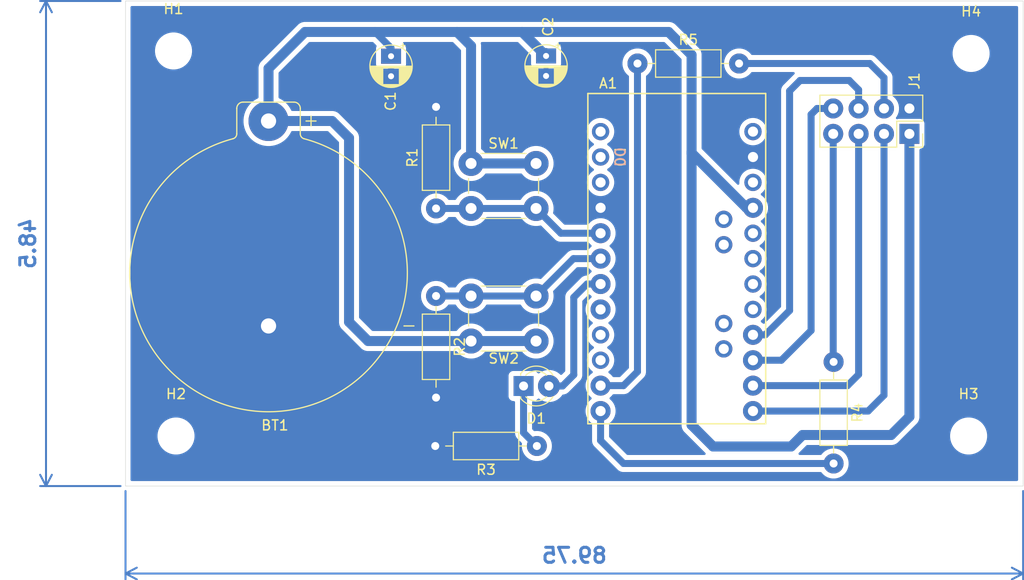
<source format=kicad_pcb>
(kicad_pcb (version 20241229) (generator "pcbnew") (generator_version "9.0")
  (title_block (title "Key fob - Smart key system") (date "2025-05-05") (rev "0.0.1") (company "HCMUT"))
  (layers (0 "F.Cu" signal) (2 "B.Cu" signal) (13 "F.Paste" user) (15 "B.Paste" user) (5 "F.SilkS" user "F.Silkscreen") (7 "B.SilkS" user "B.Silkscreen") (1 "F.Mask" user) (3 "B.Mask" user) (25 "Edge.Cuts" user))
  (net 0 "")
  (net 2 "GND")
  (net 8 "Net-(D1-A)")
  (net 9 "CSN")
  (net 13 "LOCATE")
  (net 14 "LOCK")
  (net 15 "IRQ")
  (net 18 "VCC")
  (net 23 "MOSI")
  (net 25 "SCK")
  (net 26 "CE")
  (net 27 "MISO")
  (net 28 "Net-(D1-K)")
  (net 29 "Net-(J1-Pin_7)")
  (net 30 "Net-(J1-Pin_4)")
  (footprint "MountingHole:MountingHole_3.2mm_M3" (layer "F.Cu") (at 197.25 121.25)
    (property "Reference" "H3" (at 0 -4.2 0) (layer "F.SilkS"))
    (property "Value" "MountingHole")
    (pad "" np_thru_hole circle (at 0 0) (size 3.2 3.2) (drill 3.2) (layers "*.Cu" "*.Mask"))
  )
  (footprint "LED_THT:LED_D3.0mm" (layer "F.Cu") (at 152.75 116.25)
    (property "Reference" "D1" (at 1.27 3.25 0) (layer "F.SilkS"))
    (property "Value" "LED")
    (fp_line (start -0.29 -1.236) (end -0.29 -1.08) (stroke (width 0.12)) (layer "F.SilkS"))
    (fp_line (start -0.29 1.08) (end -0.29 1.236) (stroke (width 0.12)) (layer "F.SilkS"))
    (fp_arc (start -0.29 -1.235516) (mid 1.365624 -1.987701) (end 2.941397 -1.080061) (stroke (width 0.12)) (layer "F.SilkS"))
    (fp_arc (start 0.229039 -1.08) (mid 1.269964 -1.5) (end 2.31091 -1.080049) (stroke (width 0.12)) (layer "F.SilkS"))
    (fp_arc (start 2.31091 1.080049) (mid 1.269964 1.5) (end 0.229039 1.08) (stroke (width 0.12)) (layer "F.SilkS"))
    (fp_arc (start 2.941397 1.080061) (mid 1.365624 1.987701) (end -0.29 1.235516) (stroke (width 0.12)) (layer "F.SilkS"))
    (pad "1" thru_hole rect (at 0 0) (size 2 2) (drill 0.9) (layers "*.Cu" "*.Mask") (net 28 "Net-(D1-K)"))
    (pad "2" thru_hole circle (at 2.54 0) (size 2.2 2.2) (drill 0.9) (layers "*.Cu" "*.Mask") (net 8 "Net-(D1-A)"))
  )
  (footprint "Connector_PinSocket_2.54mm:PinSocket_2x04_P2.54mm_Vertical" (layer "F.Cu") (at 191.33 91.04 -90)
    (property "Reference" "J1" (at -5.29 -0.5 90) (layer "F.SilkS"))
    (property "Value" "Conn_02x04_Odd_Even")
    (fp_line (start -3.87 8.95) (end 1.33 8.95) (stroke (width 0.12)) (layer "F.SilkS"))
    (fp_line (start -1.27 1.27) (end 1.33 1.27) (stroke (width 0.12)) (layer "F.SilkS"))
    (fp_line (start 1.33 1.27) (end 1.33 8.95) (stroke (width 0.12)) (layer "F.SilkS"))
    (fp_line (start -3.87 -1.33) (end -3.87 8.95) (stroke (width 0.12)) (layer "F.SilkS"))
    (fp_line (start -3.87 -1.33) (end -1.27 -1.33) (stroke (width 0.12)) (layer "F.SilkS"))
    (fp_line (start -1.27 -1.33) (end -1.27 1.27) (stroke (width 0.12)) (layer "F.SilkS"))
    (fp_line (start 0 -1.33) (end 1.33 -1.33) (stroke (width 0.12)) (layer "F.SilkS"))
    (fp_line (start 1.33 -1.33) (end 1.33 0) (stroke (width 0.12)) (layer "F.SilkS"))
    (pad "1" thru_hole rect (at 0 0 270) (size 2 2) (drill 1) (layers "*.Cu" "*.Mask") (net 18 "VCC"))
    (pad "2" thru_hole circle (at -2.54 0 270) (size 2 2) (drill 1) (layers "*.Cu" "*.Mask") (net 2 "GND"))
    (pad "3" thru_hole circle (at 0 2.54 270) (size 2 2) (drill 1) (layers "*.Cu" "*.Mask") (net 9 "CSN"))
    (pad "4" thru_hole circle (at -2.54 2.54 270) (size 2 2) (drill 1) (layers "*.Cu" "*.Mask") (net 30 "Net-(J1-Pin_4)"))
    (pad "5" thru_hole circle (at 0 5.08 270) (size 2 2) (drill 1) (layers "*.Cu" "*.Mask") (net 23 "MOSI"))
    (pad "6" thru_hole circle (at -2.54 5.08 270) (size 2 2) (drill 1) (layers "*.Cu" "*.Mask") (net 25 "SCK"))
    (pad "7" thru_hole circle (at 0 7.62 270) (size 2 2) (drill 1) (layers "*.Cu" "*.Mask") (net 29 "Net-(J1-Pin_7)"))
    (pad "8" thru_hole circle (at -2.54 7.62 270) (size 2 2) (drill 1) (layers "*.Cu" "*.Mask") (net 27 "MISO"))
  )
  (footprint "Resistor_THT:R_Axial_DIN0207_L6.3mm_D2.5mm_P10.16mm_Horizontal" (layer "F.Cu") (at 164.14 84.005)
    (property "Reference" "R5" (at 5.08 -2.37 0) (layer "F.SilkS"))
    (property "Value" "0")
    (fp_line (start 1.04 0) (end 1.81 0) (stroke (width 0.12)) (layer "F.SilkS"))
    (fp_line (start 1.81 -1.37) (end 1.81 1.37) (stroke (width 0.12)) (layer "F.SilkS"))
    (fp_line (start 1.81 1.37) (end 8.35 1.37) (stroke (width 0.12)) (layer "F.SilkS"))
    (fp_line (start 8.35 -1.37) (end 1.81 -1.37) (stroke (width 0.12)) (layer "F.SilkS"))
    (fp_line (start 8.35 1.37) (end 8.35 -1.37) (stroke (width 0.12)) (layer "F.SilkS"))
    (fp_line (start 9.12 0) (end 8.35 0) (stroke (width 0.12)) (layer "F.SilkS"))
    (pad "1" thru_hole circle (at 0 0) (size 2 2) (drill 0.8) (layers "*.Cu" "*.Mask") (net 26 "CE"))
    (pad "2" thru_hole oval (at 10.16 0) (size 2 2) (drill 0.8) (layers "*.Cu" "*.Mask") (net 30 "Net-(J1-Pin_4)"))
  )
  (footprint "Resistor_THT:R_Axial_DIN0207_L6.3mm_D2.5mm_P10.16mm_Horizontal" (layer "F.Cu") (at 154.08 122.25 180)
    (property "Reference" "R3" (at 5.08 -2.37 180) (layer "F.SilkS"))
    (property "Value" "1k")
    (fp_line (start 9.12 0) (end 8.35 0) (stroke (width 0.12)) (layer "F.SilkS"))
    (fp_line (start 8.35 1.37) (end 8.35 -1.37) (stroke (width 0.12)) (layer "F.SilkS"))
    (fp_line (start 8.35 -1.37) (end 1.81 -1.37) (stroke (width 0.12)) (layer "F.SilkS"))
    (fp_line (start 1.81 1.37) (end 8.35 1.37) (stroke (width 0.12)) (layer "F.SilkS"))
    (fp_line (start 1.81 -1.37) (end 1.81 1.37) (stroke (width 0.12)) (layer "F.SilkS"))
    (fp_line (start 1.04 0) (end 1.81 0) (stroke (width 0.12)) (layer "F.SilkS"))
    (pad "1" thru_hole circle (at 0 0 180) (size 2 2) (drill 0.8) (layers "*.Cu" "*.Mask") (net 28 "Net-(D1-K)"))
    (pad "2" thru_hole oval (at 10.16 0 180) (size 2 2) (drill 0.8) (layers "*.Cu" "*.Mask") (net 2 "GND"))
  )
  (footprint "MountingHole:MountingHole_3.2mm_M3" (layer "F.Cu") (at 118 121.25)
    (property "Reference" "H2" (at 0 -4.2 0) (layer "F.SilkS"))
    (property "Value" "MountingHole")
    (pad "" np_thru_hole circle (at 0 0) (size 3.2 3.2) (drill 3.2) (layers "*.Cu" "*.Mask"))
  )
  (footprint "Resistor_THT:R_Axial_DIN0207_L6.3mm_D2.5mm_P10.16mm_Horizontal" (layer "F.Cu") (at 144 98.5 90)
    (property "Reference" "R1" (at 5.08 -2.37 90) (layer "F.SilkS"))
    (property "Value" "10k")
    (fp_line (start 8.35 -1.37) (end 1.81 -1.37) (stroke (width 0.12)) (layer "F.SilkS"))
    (fp_line (start 1.81 -1.37) (end 1.81 1.37) (stroke (width 0.12)) (layer "F.SilkS"))
    (fp_line (start 9.12 0) (end 8.35 0) (stroke (width 0.12)) (layer "F.SilkS"))
    (fp_line (start 1.04 0) (end 1.81 0) (stroke (width 0.12)) (layer "F.SilkS"))
    (fp_line (start 8.35 1.37) (end 8.35 -1.37) (stroke (width 0.12)) (layer "F.SilkS"))
    (fp_line (start 1.81 1.37) (end 8.35 1.37) (stroke (width 0.12)) (layer "F.SilkS"))
    (pad "1" thru_hole circle (at 0 0 90) (size 2 2) (drill 0.8) (layers "*.Cu" "*.Mask") (net 13 "LOCATE"))
    (pad "2" thru_hole oval (at 10.16 0 90) (size 2 2) (drill 0.8) (layers "*.Cu" "*.Mask") (net 2 "GND"))
  )
  (footprint "MountingHole:MountingHole_3.2mm_M3" (layer "F.Cu") (at 117.75 82.75)
    (property "Reference" "H1" (at 0 -4.2 0) (layer "F.SilkS"))
    (property "Value" "MountingHole")
    (pad "" np_thru_hole circle (at 0 0) (size 3.2 3.2) (drill 3.2) (layers "*.Cu" "*.Mask"))
  )
  (footprint "Resistor_THT:R_Axial_DIN0207_L6.3mm_D2.5mm_P10.16mm_Horizontal" (layer "F.Cu") (at 183.75 113.84 -90)
    (property "Reference" "R4" (at 5.08 -2.37 90) (layer "F.SilkS"))
    (property "Value" "0")
    (fp_line (start 1.81 1.37) (end 8.35 1.37) (stroke (width 0.12)) (layer "F.SilkS"))
    (fp_line (start 8.35 1.37) (end 8.35 -1.37) (stroke (width 0.12)) (layer "F.SilkS"))
    (fp_line (start 1.04 0) (end 1.81 0) (stroke (width 0.12)) (layer "F.SilkS"))
    (fp_line (start 9.12 0) (end 8.35 0) (stroke (width 0.12)) (layer "F.SilkS"))
    (fp_line (start 1.81 -1.37) (end 1.81 1.37) (stroke (width 0.12)) (layer "F.SilkS"))
    (fp_line (start 8.35 -1.37) (end 1.81 -1.37) (stroke (width 0.12)) (layer "F.SilkS"))
    (pad "1" thru_hole circle (at 0 0 270) (size 2 2) (drill 0.8) (layers "*.Cu" "*.Mask") (net 29 "Net-(J1-Pin_7)"))
    (pad "2" thru_hole oval (at 10.16 0 270) (size 2 2) (drill 0.8) (layers "*.Cu" "*.Mask") (net 15 "IRQ"))
  )
  (footprint "Capacitor_THT:CP_Radial_D4.0mm_P2.00mm" (layer "F.Cu") (at 155 83.25 -90)
    (property "Reference" "C2" (at -2.9274 -0.2 90) (layer "F.SilkS"))
    (property "Value" "0.1u")
    (fp_line (start 1.2 0.84) (end 1.2 2.071) (stroke (width 0.12)) (layer "F.SilkS"))
    (fp_line (start 1.24 0.84) (end 1.24 2.066) (stroke (width 0.12)) (layer "F.SilkS"))
    (fp_line (start 1.28 0.84) (end 1.28 2.061) (stroke (width 0.12)) (layer "F.SilkS"))
    (fp_line (start 1.32 0.84) (end 1.32 2.056) (stroke (width 0.12)) (layer "F.SilkS"))
    (fp_line (start 1.36 0.84) (end 1.36 2.049) (stroke (width 0.12)) (layer "F.SilkS"))
    (fp_line (start 1.4 0.84) (end 1.4 2.042) (stroke (width 0.12)) (layer "F.SilkS"))
    (fp_line (start 1.44 0.84) (end 1.44 2.034) (stroke (width 0.12)) (layer "F.SilkS"))
    (fp_line (start 1.48 0.84) (end 1.48 2.025) (stroke (width 0.12)) (layer "F.SilkS"))
    (fp_line (start 1.52 0.84) (end 1.52 2.015) (stroke (width 0.12)) (layer "F.SilkS"))
    (fp_line (start 1.56 0.84) (end 1.56 2.005) (stroke (width 0.12)) (layer "F.SilkS"))
    (fp_line (start 1.6 0.84) (end 1.6 1.993) (stroke (width 0.12)) (layer "F.SilkS"))
    (fp_line (start 1.64 0.84) (end 1.64 1.981) (stroke (width 0.12)) (layer "F.SilkS"))
    (fp_line (start 1.68 0.84) (end 1.68 1.968) (stroke (width 0.12)) (layer "F.SilkS"))
    (fp_line (start 1.72 0.84) (end 1.72 1.954) (stroke (width 0.12)) (layer "F.SilkS"))
    (fp_line (start 1.76 0.84) (end 1.76 1.939) (stroke (width 0.12)) (layer "F.SilkS"))
    (fp_line (start 1.8 0.84) (end 1.8 1.923) (stroke (width 0.12)) (layer "F.SilkS"))
    (fp_line (start 1.84 0.84) (end 1.84 1.906) (stroke (width 0.12)) (layer "F.SilkS"))
    (fp_line (start 1.88 0.84) (end 1.88 1.889) (stroke (width 0.12)) (layer "F.SilkS"))
    (fp_line (start 1.92 0.84) (end 1.92 1.87) (stroke (width 0.12)) (layer "F.SilkS"))
    (fp_line (start 1.96 0.84) (end 1.96 1.85) (stroke (width 0.12)) (layer "F.SilkS"))
    (fp_line (start 2 0.84) (end 2 1.829) (stroke (width 0.12)) (layer "F.SilkS"))
    (fp_line (start 2.04 0.84) (end 2.04 1.807) (stroke (width 0.12)) (layer "F.SilkS"))
    (fp_line (start 2.08 0.84) (end 2.08 1.784) (stroke (width 0.12)) (layer "F.SilkS"))
    (fp_line (start 2.12 0.84) (end 2.12 1.76) (stroke (width 0.12)) (layer "F.SilkS"))
    (fp_line (start 2.16 0.84) (end 2.16 1.734) (stroke (width 0.12)) (layer "F.SilkS"))
    (fp_line (start 2.2 0.84) (end 2.2 1.708) (stroke (width 0.12)) (layer "F.SilkS"))
    (fp_line (start 2.24 0.84) (end 2.24 1.68) (stroke (width 0.12)) (layer "F.SilkS"))
    (fp_line (start 2.28 0.84) (end 2.28 1.65) (stroke (width 0.12)) (layer "F.SilkS"))
    (fp_line (start 2.32 0.84) (end 2.32 1.619) (stroke (width 0.12)) (layer "F.SilkS"))
    (fp_line (start 2.36 0.84) (end 2.36 1.586) (stroke (width 0.12)) (layer "F.SilkS"))
    (fp_line (start 2.4 0.84) (end 2.4 1.552) (stroke (width 0.12)) (layer "F.SilkS"))
    (fp_line (start 2.44 0.84) (end 2.44 1.516) (stroke (width 0.12)) (layer "F.SilkS"))
    (fp_line (start 2.48 0.84) (end 2.48 1.478) (stroke (width 0.12)) (layer "F.SilkS"))
    (fp_line (start 2.52 0.84) (end 2.52 1.438) (stroke (width 0.12)) (layer "F.SilkS"))
    (fp_line (start 2.56 0.84) (end 2.56 1.396) (stroke (width 0.12)) (layer "F.SilkS"))
    (fp_line (start 2.6 0.84) (end 2.6 1.351) (stroke (width 0.12)) (layer "F.SilkS"))
    (fp_line (start 2.64 0.84) (end 2.64 1.303) (stroke (width 0.12)) (layer "F.SilkS"))
    (fp_line (start 2.68 0.84) (end 2.68 1.253) (stroke (width 0.12)) (layer "F.SilkS"))
    (fp_line (start 2.72 0.84) (end 2.72 1.199) (stroke (width 0.12)) (layer "F.SilkS"))
    (fp_line (start 2.76 0.84) (end 2.76 1.142) (stroke (width 0.12)) (layer "F.SilkS"))
    (fp_line (start 2.8 0.84) (end 2.8 1.08) (stroke (width 0.12)) (layer "F.SilkS"))
    (fp_line (start 3.08 -0.37) (end 3.08 0.37) (stroke (width 0.12)) (layer "F.SilkS"))
    (fp_line (start 3.04 -0.537) (end 3.04 0.537) (stroke (width 0.12)) (layer "F.SilkS"))
    (fp_line (start 3 -0.663) (end 3 0.663) (stroke (width 0.12)) (layer "F.SilkS"))
    (fp_line (start 2.96 -0.768) (end 2.96 0.768) (stroke (width 0.12)) (layer "F.SilkS"))
    (fp_line (start 2.92 -0.859) (end 2.92 0.859) (stroke (width 0.12)) (layer "F.SilkS"))
    (fp_line (start 2.88 -0.94) (end 2.88 0.94) (stroke (width 0.12)) (layer "F.SilkS"))
    (fp_line (start 2.84 -1.013) (end 2.84 1.013) (stroke (width 0.12)) (layer "F.SilkS"))
    (fp_line (start 2.8 -1.08) (end 2.8 -0.84) (stroke (width 0.12)) (layer "F.SilkS"))
    (fp_line (start 2.76 -1.142) (end 2.76 -0.84) (stroke (width 0.12)) (layer "F.SilkS"))
    (fp_line (start -1.269801 -1.195) (end -0.869801 -1.195) (stroke (width 0.12)) (layer "F.SilkS"))
    (fp_line (start 2.72 -1.199) (end 2.72 -0.84) (stroke (width 0.12)) (layer "F.SilkS"))
    (fp_line (start 2.68 -1.253) (end 2.68 -0.84) (stroke (width 0.12)) (layer "F.SilkS"))
    (fp_line (start 2.64 -1.303) (end 2.64 -0.84) (stroke (width 0.12)) (layer "F.SilkS"))
    (fp_line (start 2.6 -1.351) (end 2.6 -0.84) (stroke (width 0.12)) (layer "F.SilkS"))
    (fp_line (start -1.069801 -1.395) (end -1.069801 -0.995) (stroke (width 0.12)) (layer "F.SilkS"))
    (fp_line (start 2.56 -1.396) (end 2.56 -0.84) (stroke (width 0.12)) (layer "F.SilkS"))
    (fp_line (start 2.52 -1.438) (end 2.52 -0.84) (stroke (width 0.12)) (layer "F.SilkS"))
    (fp_line (start 2.48 -1.478) (end 2.48 -0.84) (stroke (width 0.12)) (layer "F.SilkS"))
    (fp_line (start 2.44 -1.516) (end 2.44 -0.84) (stroke (width 0.12)) (layer "F.SilkS"))
    (fp_line (start 2.4 -1.552) (end 2.4 -0.84) (stroke (width 0.12)) (layer "F.SilkS"))
    (fp_line (start 2.36 -1.586) (end 2.36 -0.84) (stroke (width 0.12)) (layer "F.SilkS"))
    (fp_line (start 2.32 -1.619) (end 2.32 -0.84) (stroke (width 0.12)) (layer "F.SilkS"))
    (fp_line (start 2.28 -1.65) (end 2.28 -0.84) (stroke (width 0.12)) (layer "F.SilkS"))
    (fp_line (start 2.24 -1.68) (end 2.24 -0.84) (stroke (width 0.12)) (layer "F.SilkS"))
    (fp_line (start 2.2 -1.708) (end 2.2 -0.84) (stroke (width 0.12)) (layer "F.SilkS"))
    (fp_line (start 2.16 -1.734) (end 2.16 -0.84) (stroke (width 0.12)) (layer "F.SilkS"))
    (fp_line (start 2.12 -1.76) (end 2.12 -0.84) (stroke (width 0.12)) (layer "F.SilkS"))
    (fp_line (start 2.08 -1.784) (end 2.08 -0.84) (stroke (width 0.12)) (layer "F.SilkS"))
    (fp_line (start 2.04 -1.807) (end 2.04 -0.84) (stroke (width 0.12)) (layer "F.SilkS"))
    (fp_line (start 2 -1.829) (end 2 -0.84) (stroke (width 0.12)) (layer "F.SilkS"))
    (fp_line (start 1.96 -1.85) (end 1.96 -0.84) (stroke (width 0.12)) (layer "F.SilkS"))
    (fp_line (start 1.92 -1.87) (end 1.92 -0.84) (stroke (width 0.12)) (layer "F.SilkS"))
    (fp_line (start 1.88 -1.889) (end 1.88 -0.84) (stroke (width 0.12)) (layer "F.SilkS"))
    (fp_line (start 1.84 -1.906) (end 1.84 -0.84) (stroke (width 0.12)) (layer "F.SilkS"))
    (fp_line (start 1.8 -1.923) (end 1.8 -0.84) (stroke (width 0.12)) (layer "F.SilkS"))
    (fp_line (start 1.76 -1.939) (end 1.76 -0.84) (stroke (width 0.12)) (layer "F.SilkS"))
    (fp_line (start 1.72 -1.954) (end 1.72 -0.84) (stroke (width 0.12)) (layer "F.SilkS"))
    (fp_line (start 1.68 -1.968) (end 1.68 -0.84) (stroke (width 0.12)) (layer "F.SilkS"))
    (fp_line (start 1.64 -1.981) (end 1.64 -0.84) (stroke (width 0.12)) (layer "F.SilkS"))
    (fp_line (start 1.6 -1.993) (end 1.6 -0.84) (stroke (width 0.12)) (layer "F.SilkS"))
    (fp_line (start 1.56 -2.005) (end 1.56 -0.84) (stroke (width 0.12)) (layer "F.SilkS"))
    (fp_line (start 1.52 -2.015) (end 1.52 -0.84) (stroke (width 0.12)) (layer "F.SilkS"))
    (fp_line (start 1.48 -2.025) (end 1.48 -0.84) (stroke (width 0.12)) (layer "F.SilkS"))
    (fp_line (start 1.44 -2.034) (end 1.44 -0.84) (stroke (width 0.12)) (layer "F.SilkS"))
    (fp_line (start 1.4 -2.042) (end 1.4 -0.84) (stroke (width 0.12)) (layer "F.SilkS"))
    (fp_line (start 1.36 -2.049) (end 1.36 -0.84) (stroke (width 0.12)) (layer "F.SilkS"))
    (fp_line (start 1.32 -2.056) (end 1.32 -0.84) (stroke (width 0.12)) (layer "F.SilkS"))
    (fp_line (start 1.28 -2.061) (end 1.28 -0.84) (stroke (width 0.12)) (layer "F.SilkS"))
    (fp_line (start 1.24 -2.066) (end 1.24 -0.84) (stroke (width 0.12)) (layer "F.SilkS"))
    (fp_line (start 1.2 -2.071) (end 1.2 -0.84) (stroke (width 0.12)) (layer "F.SilkS"))
    (fp_line (start 1.16 -2.074) (end 1.16 2.074) (stroke (width 0.12)) (layer "F.SilkS"))
    (fp_line (start 1.12 -2.077) (end 1.12 2.077) (stroke (width 0.12)) (layer "F.SilkS"))
    (fp_line (start 1.08 -2.078) (end 1.08 2.078) (stroke (width 0.12)) (layer "F.SilkS"))
    (fp_line (start 1 -2.08) (end 1 2.08) (stroke (width 0.12)) (layer "F.SilkS"))
    (fp_line (start 1.04 -2.08) (end 1.04 2.08) (stroke (width 0.12)) (layer "F.SilkS"))
    (fp_circle (center 1 0) (end 3.12 0) (stroke (width 0.12)) (fill no) (layer "F.SilkS"))
    (pad "1" thru_hole rect (at 0 0 270) (size 1.5 2) (drill 0.6) (layers "*.Cu" "*.Mask") (net 18 "VCC"))
    (pad "2" thru_hole circle (at 2 0 270) (size 1.6 1.6) (drill 0.6) (layers "*.Cu" "*.Mask") (net 2 "GND"))
  )
  (footprint "Button_Switch_THT:SW_PUSH_6mm" (layer "F.Cu") (at 154 111.755 180)
    (property "Reference" "SW2" (at 3.23 -1.745 0) (layer "F.SilkS"))
    (property "Value" "SW_Push")
    (fp_line (start 6.75 3) (end 6.75 1.5) (stroke (width 0.12)) (layer "F.SilkS"))
    (fp_line (start 5.5 -1) (end 1 -1) (stroke (width 0.12)) (layer "F.SilkS"))
    (fp_line (start 1 5.5) (end 5.5 5.5) (stroke (width 0.12)) (layer "F.SilkS"))
    (fp_line (start -0.25 1.5) (end -0.25 3) (stroke (width 0.12)) (layer "F.SilkS"))
    (pad "1" thru_hole circle (at 0 0 270) (size 2.5 2.5) (drill 1.1) (layers "*.Cu" "*.Mask") (net 18 "VCC"))
    (pad "1" thru_hole circle (at 6.5 0 270) (size 2.5 2.5) (drill 1.1) (layers "*.Cu" "*.Mask") (net 18 "VCC"))
    (pad "2" thru_hole circle (at 0 4.5 270) (size 2.5 2.5) (drill 1.1) (layers "*.Cu" "*.Mask") (net 14 "LOCK"))
    (pad "2" thru_hole circle (at 6.5 4.5 270) (size 2.5 2.5) (drill 1.1) (layers "*.Cu" "*.Mask") (net 14 "LOCK"))
  )
  (footprint "Resistor_THT:R_Axial_DIN0207_L6.3mm_D2.5mm_P10.16mm_Horizontal" (layer "F.Cu") (at 144 107.25 -90)
    (property "Reference" "R2" (at 5.08 -2.37 270) (layer "F.SilkS"))
    (property "Value" "10k")
    (fp_line (start 1.81 1.37) (end 8.35 1.37) (stroke (width 0.12)) (layer "F.SilkS"))
    (fp_line (start 8.35 1.37) (end 8.35 -1.37) (stroke (width 0.12)) (layer "F.SilkS"))
    (fp_line (start 1.04 0) (end 1.81 0) (stroke (width 0.12)) (layer "F.SilkS"))
    (fp_line (start 9.12 0) (end 8.35 0) (stroke (width 0.12)) (layer "F.SilkS"))
    (fp_line (start 1.81 -1.37) (end 1.81 1.37) (stroke (width 0.12)) (layer "F.SilkS"))
    (fp_line (start 8.35 -1.37) (end 1.81 -1.37) (stroke (width 0.12)) (layer "F.SilkS"))
    (pad "1" thru_hole circle (at 0 0 270) (size 2 2) (drill 0.8) (layers "*.Cu" "*.Mask") (net 14 "LOCK"))
    (pad "2" thru_hole oval (at 10.16 0 270) (size 2 2) (drill 0.8) (layers "*.Cu" "*.Mask") (net 2 "GND"))
  )
  (footprint "MountingHole:MountingHole_3.2mm_M3" (layer "F.Cu") (at 197.5 83)
    (property "Reference" "H4" (at 0 -4.2 0) (layer "F.SilkS"))
    (property "Value" "MountingHole")
    (pad "" np_thru_hole circle (at 0 0) (size 3.2 3.2) (drill 3.2) (layers "*.Cu" "*.Mask"))
  )
  (footprint "Capacitor_THT:CP_Radial_D4.0mm_P2.00mm" (layer "F.Cu") (at 139.5 83.277401 -90)
    (property "Reference" "C1" (at 4.5 0.05 90) (layer "F.SilkS"))
    (property "Value" "10u")
    (fp_line (start 1.2 0.84) (end 1.2 2.071) (stroke (width 0.12)) (layer "F.SilkS"))
    (fp_line (start 1.24 0.84) (end 1.24 2.066) (stroke (width 0.12)) (layer "F.SilkS"))
    (fp_line (start 1.28 0.84) (end 1.28 2.061) (stroke (width 0.12)) (layer "F.SilkS"))
    (fp_line (start 1.32 0.84) (end 1.32 2.056) (stroke (width 0.12)) (layer "F.SilkS"))
    (fp_line (start 1.36 0.84) (end 1.36 2.049) (stroke (width 0.12)) (layer "F.SilkS"))
    (fp_line (start 1.4 0.84) (end 1.4 2.042) (stroke (width 0.12)) (layer "F.SilkS"))
    (fp_line (start 1.44 0.84) (end 1.44 2.034) (stroke (width 0.12)) (layer "F.SilkS"))
    (fp_line (start 1.48 0.84) (end 1.48 2.025) (stroke (width 0.12)) (layer "F.SilkS"))
    (fp_line (start 1.52 0.84) (end 1.52 2.015) (stroke (width 0.12)) (layer "F.SilkS"))
    (fp_line (start 1.56 0.84) (end 1.56 2.005) (stroke (width 0.12)) (layer "F.SilkS"))
    (fp_line (start 1.6 0.84) (end 1.6 1.993) (stroke (width 0.12)) (layer "F.SilkS"))
    (fp_line (start 1.64 0.84) (end 1.64 1.981) (stroke (width 0.12)) (layer "F.SilkS"))
    (fp_line (start 1.68 0.84) (end 1.68 1.968) (stroke (width 0.12)) (layer "F.SilkS"))
    (fp_line (start 1.72 0.84) (end 1.72 1.954) (stroke (width 0.12)) (layer "F.SilkS"))
    (fp_line (start 1.76 0.84) (end 1.76 1.939) (stroke (width 0.12)) (layer "F.SilkS"))
    (fp_line (start 1.8 0.84) (end 1.8 1.923) (stroke (width 0.12)) (layer "F.SilkS"))
    (fp_line (start 1.84 0.84) (end 1.84 1.906) (stroke (width 0.12)) (layer "F.SilkS"))
    (fp_line (start 1.88 0.84) (end 1.88 1.889) (stroke (width 0.12)) (layer "F.SilkS"))
    (fp_line (start 1.92 0.84) (end 1.92 1.87) (stroke (width 0.12)) (layer "F.SilkS"))
    (fp_line (start 1.96 0.84) (end 1.96 1.85) (stroke (width 0.12)) (layer "F.SilkS"))
    (fp_line (start 2 0.84) (end 2 1.829) (stroke (width 0.12)) (layer "F.SilkS"))
    (fp_line (start 2.04 0.84) (end 2.04 1.807) (stroke (width 0.12)) (layer "F.SilkS"))
    (fp_line (start 2.08 0.84) (end 2.08 1.784) (stroke (width 0.12)) (layer "F.SilkS"))
    (fp_line (start 2.12 0.84) (end 2.12 1.76) (stroke (width 0.12)) (layer "F.SilkS"))
    (fp_line (start 2.16 0.84) (end 2.16 1.734) (stroke (width 0.12)) (layer "F.SilkS"))
    (fp_line (start 2.2 0.84) (end 2.2 1.708) (stroke (width 0.12)) (layer "F.SilkS"))
    (fp_line (start 2.24 0.84) (end 2.24 1.68) (stroke (width 0.12)) (layer "F.SilkS"))
    (fp_line (start 2.28 0.84) (end 2.28 1.65) (stroke (width 0.12)) (layer "F.SilkS"))
    (fp_line (start 2.32 0.84) (end 2.32 1.619) (stroke (width 0.12)) (layer "F.SilkS"))
    (fp_line (start 2.36 0.84) (end 2.36 1.586) (stroke (width 0.12)) (layer "F.SilkS"))
    (fp_line (start 2.4 0.84) (end 2.4 1.552) (stroke (width 0.12)) (layer "F.SilkS"))
    (fp_line (start 2.44 0.84) (end 2.44 1.516) (stroke (width 0.12)) (layer "F.SilkS"))
    (fp_line (start 2.48 0.84) (end 2.48 1.478) (stroke (width 0.12)) (layer "F.SilkS"))
    (fp_line (start 2.52 0.84) (end 2.52 1.438) (stroke (width 0.12)) (layer "F.SilkS"))
    (fp_line (start 2.56 0.84) (end 2.56 1.396) (stroke (width 0.12)) (layer "F.SilkS"))
    (fp_line (start 2.6 0.84) (end 2.6 1.351) (stroke (width 0.12)) (layer "F.SilkS"))
    (fp_line (start 2.64 0.84) (end 2.64 1.303) (stroke (width 0.12)) (layer "F.SilkS"))
    (fp_line (start 2.68 0.84) (end 2.68 1.253) (stroke (width 0.12)) (layer "F.SilkS"))
    (fp_line (start 2.72 0.84) (end 2.72 1.199) (stroke (width 0.12)) (layer "F.SilkS"))
    (fp_line (start 2.76 0.84) (end 2.76 1.142) (stroke (width 0.12)) (layer "F.SilkS"))
    (fp_line (start 2.8 0.84) (end 2.8 1.08) (stroke (width 0.12)) (layer "F.SilkS"))
    (fp_line (start 3.08 -0.37) (end 3.08 0.37) (stroke (width 0.12)) (layer "F.SilkS"))
    (fp_line (start 3.04 -0.537) (end 3.04 0.537) (stroke (width 0.12)) (layer "F.SilkS"))
    (fp_line (start 3 -0.663) (end 3 0.663) (stroke (width 0.12)) (layer "F.SilkS"))
    (fp_line (start 2.96 -0.768) (end 2.96 0.768) (stroke (width 0.12)) (layer "F.SilkS"))
    (fp_line (start 2.92 -0.859) (end 2.92 0.859) (stroke (width 0.12)) (layer "F.SilkS"))
    (fp_line (start 2.88 -0.94) (end 2.88 0.94) (stroke (width 0.12)) (layer "F.SilkS"))
    (fp_line (start 2.84 -1.013) (end 2.84 1.013) (stroke (width 0.12)) (layer "F.SilkS"))
    (fp_line (start 2.8 -1.08) (end 2.8 -0.84) (stroke (width 0.12)) (layer "F.SilkS"))
    (fp_line (start 2.76 -1.142) (end 2.76 -0.84) (stroke (width 0.12)) (layer "F.SilkS"))
    (fp_line (start -1.269801 -1.195) (end -0.869801 -1.195) (stroke (width 0.12)) (layer "F.SilkS"))
    (fp_line (start 2.72 -1.199) (end 2.72 -0.84) (stroke (width 0.12)) (layer "F.SilkS"))
    (fp_line (start 2.68 -1.253) (end 2.68 -0.84) (stroke (width 0.12)) (layer "F.SilkS"))
    (fp_line (start 2.64 -1.303) (end 2.64 -0.84) (stroke (width 0.12)) (layer "F.SilkS"))
    (fp_line (start 2.6 -1.351) (end 2.6 -0.84) (stroke (width 0.12)) (layer "F.SilkS"))
    (fp_line (start -1.069801 -1.395) (end -1.069801 -0.995) (stroke (width 0.12)) (layer "F.SilkS"))
    (fp_line (start 2.56 -1.396) (end 2.56 -0.84) (stroke (width 0.12)) (layer "F.SilkS"))
    (fp_line (start 2.52 -1.438) (end 2.52 -0.84) (stroke (width 0.12)) (layer "F.SilkS"))
    (fp_line (start 2.48 -1.478) (end 2.48 -0.84) (stroke (width 0.12)) (layer "F.SilkS"))
    (fp_line (start 2.44 -1.516) (end 2.44 -0.84) (stroke (width 0.12)) (layer "F.SilkS"))
    (fp_line (start 2.4 -1.552) (end 2.4 -0.84) (stroke (width 0.12)) (layer "F.SilkS"))
    (fp_line (start 2.36 -1.586) (end 2.36 -0.84) (stroke (width 0.12)) (layer "F.SilkS"))
    (fp_line (start 2.32 -1.619) (end 2.32 -0.84) (stroke (width 0.12)) (layer "F.SilkS"))
    (fp_line (start 2.28 -1.65) (end 2.28 -0.84) (stroke (width 0.12)) (layer "F.SilkS"))
    (fp_line (start 2.24 -1.68) (end 2.24 -0.84) (stroke (width 0.12)) (layer "F.SilkS"))
    (fp_line (start 2.2 -1.708) (end 2.2 -0.84) (stroke (width 0.12)) (layer "F.SilkS"))
    (fp_line (start 2.16 -1.734) (end 2.16 -0.84) (stroke (width 0.12)) (layer "F.SilkS"))
    (fp_line (start 2.12 -1.76) (end 2.12 -0.84) (stroke (width 0.12)) (layer "F.SilkS"))
    (fp_line (start 2.08 -1.784) (end 2.08 -0.84) (stroke (width 0.12)) (layer "F.SilkS"))
    (fp_line (start 2.04 -1.807) (end 2.04 -0.84) (stroke (width 0.12)) (layer "F.SilkS"))
    (fp_line (start 2 -1.829) (end 2 -0.84) (stroke (width 0.12)) (layer "F.SilkS"))
    (fp_line (start 1.96 -1.85) (end 1.96 -0.84) (stroke (width 0.12)) (layer "F.SilkS"))
    (fp_line (start 1.92 -1.87) (end 1.92 -0.84) (stroke (width 0.12)) (layer "F.SilkS"))
    (fp_line (start 1.88 -1.889) (end 1.88 -0.84) (stroke (width 0.12)) (layer "F.SilkS"))
    (fp_line (start 1.84 -1.906) (end 1.84 -0.84) (stroke (width 0.12)) (layer "F.SilkS"))
    (fp_line (start 1.8 -1.923) (end 1.8 -0.84) (stroke (width 0.12)) (layer "F.SilkS"))
    (fp_line (start 1.76 -1.939) (end 1.76 -0.84) (stroke (width 0.12)) (layer "F.SilkS"))
    (fp_line (start 1.72 -1.954) (end 1.72 -0.84) (stroke (width 0.12)) (layer "F.SilkS"))
    (fp_line (start 1.68 -1.968) (end 1.68 -0.84) (stroke (width 0.12)) (layer "F.SilkS"))
    (fp_line (start 1.64 -1.981) (end 1.64 -0.84) (stroke (width 0.12)) (layer "F.SilkS"))
    (fp_line (start 1.6 -1.993) (end 1.6 -0.84) (stroke (width 0.12)) (layer "F.SilkS"))
    (fp_line (start 1.56 -2.005) (end 1.56 -0.84) (stroke (width 0.12)) (layer "F.SilkS"))
    (fp_line (start 1.52 -2.015) (end 1.52 -0.84) (stroke (width 0.12)) (layer "F.SilkS"))
    (fp_line (start 1.48 -2.025) (end 1.48 -0.84) (stroke (width 0.12)) (layer "F.SilkS"))
    (fp_line (start 1.44 -2.034) (end 1.44 -0.84) (stroke (width 0.12)) (layer "F.SilkS"))
    (fp_line (start 1.4 -2.042) (end 1.4 -0.84) (stroke (width 0.12)) (layer "F.SilkS"))
    (fp_line (start 1.36 -2.049) (end 1.36 -0.84) (stroke (width 0.12)) (layer "F.SilkS"))
    (fp_line (start 1.32 -2.056) (end 1.32 -0.84) (stroke (width 0.12)) (layer "F.SilkS"))
    (fp_line (start 1.28 -2.061) (end 1.28 -0.84) (stroke (width 0.12)) (layer "F.SilkS"))
    (fp_line (start 1.24 -2.066) (end 1.24 -0.84) (stroke (width 0.12)) (layer "F.SilkS"))
    (fp_line (start 1.2 -2.071) (end 1.2 -0.84) (stroke (width 0.12)) (layer "F.SilkS"))
    (fp_line (start 1.16 -2.074) (end 1.16 2.074) (stroke (width 0.12)) (layer "F.SilkS"))
    (fp_line (start 1.12 -2.077) (end 1.12 2.077) (stroke (width 0.12)) (layer "F.SilkS"))
    (fp_line (start 1.08 -2.078) (end 1.08 2.078) (stroke (width 0.12)) (layer "F.SilkS"))
    (fp_line (start 1 -2.08) (end 1 2.08) (stroke (width 0.12)) (layer "F.SilkS"))
    (fp_line (start 1.04 -2.08) (end 1.04 2.08) (stroke (width 0.12)) (layer "F.SilkS"))
    (fp_circle (center 1 0) (end 3.12 0) (stroke (width 0.12)) (fill no) (layer "F.SilkS"))
    (pad "1" thru_hole rect (at 0 0 270) (size 1.5 2) (drill 0.6) (layers "*.Cu" "*.Mask") (net 18 "VCC"))
    (pad "2" thru_hole circle (at 2 0 270) (size 1.6 1.6) (drill 0.6) (layers "*.Cu" "*.Mask") (net 2 "GND"))
  )
  (footprint "Footprint:BAT_1025" (layer "F.Cu") (at 127.25 104.9442 180)
    (property "Reference" "BT1" (at -0.635 -15.24 0) (layer "F.SilkS"))
    (property "Value" "1025")
    (fp_line (start 3.175 13.9098) (end 3.175 16.4465) (stroke (width 0.127)) (layer "F.SilkS"))
    (fp_line (start -2.54 17.0815) (end 2.54 17.0815) (stroke (width 0.127)) (layer "F.SilkS"))
    (fp_line (start -3.175 13.9098) (end -3.175 16.4465) (stroke (width 0.127)) (layer "F.SilkS"))
    (fp_line (start -4.25 14.6892) (end -4.25 15.6892) (stroke (width 0.127)) (layer "F.SilkS"))
    (fp_line (start -4.75 15.1892) (end -3.75 15.1892) (stroke (width 0.127)) (layer "F.SilkS"))
    (fp_line (start -14.54 -5.3008) (end -13.54 -5.3008) (stroke (width 0.127)) (layer "F.SilkS"))
    (fp_arc (start 3.175 16.4465) (mid 2.989013 16.895513) (end 2.54 17.0815) (stroke (width 0.127)) (layer "F.SilkS"))
    (fp_arc (start 3.175 13.9098) (mid 3.280723 13.599069) (end 3.55402 13.4173) (stroke (width 0.127)) (layer "F.SilkS"))
    (fp_arc (start -2.54 17.0815) (mid -2.989013 16.895513) (end -3.175 16.4465) (stroke (width 0.127)) (layer "F.SilkS"))
    (fp_arc (start -3.55402 13.4173) (mid 0 -13.879992) (end 3.55402 13.4173) (stroke (width 0.127)) (layer "F.SilkS"))
    (fp_arc (start -3.55402 13.4173) (mid -3.280724 13.599069) (end -3.175 13.9098) (stroke (width 0.127)) (layer "F.SilkS"))
    (pad "N" thru_hole circle (at 0 -5.3008 180) (size 4 4) (drill 1.52) (layers "*.Cu" "*.Mask") (net 2 "GND"))
    (pad "P" thru_hole circle (at 0 15.1892 180) (size 4 4) (drill 1.52) (layers "*.Cu" "*.Mask") (net 18 "VCC"))
  )
  (footprint "PCM_arduino-library:Arduino_Pro_Mini_Socket_NoSPH" (layer "F.Cu") (at 168.07 103.515)
    (property "Reference" "A1" (at -6.858 -17.526 0) (layer "F.SilkS"))
    (property "Value" "Arduino_Pro_Mini_Socket_NoSPH")
    (fp_line (start -8.89 -16.51) (end -8.89 16.51) (stroke (width 0.15)) (layer "F.SilkS"))
    (fp_line (start 8.89 -16.51) (end -8.89 -16.51) (stroke (width 0.15)) (layer "F.SilkS"))
    (fp_line (start 8.89 -16.51) (end 8.89 16.51) (stroke (width 0.15)) (layer "F.SilkS"))
    (fp_line (start 8.89 16.51) (end -8.89 16.51) (stroke (width 0.15)) (layer "F.SilkS"))
    (fp_text user "D0" (at -5.715 -10.16 270) (layer "F.SilkS"))
    (fp_text user "D0" (at -5.715 -10.16 270) (layer "B.SilkS") (effects (justify mirror)))
    (pad "A0" thru_hole circle (at 7.62 5.08) (size 1.7272 1.7272) (drill 1.016) (layers "*.Cu" "*.Mask"))
    (pad "A1" thru_hole circle (at 7.62 2.54) (size 1.7272 1.7272) (drill 1.016) (layers "*.Cu" "*.Mask"))
    (pad "A2" thru_hole circle (at 7.62 0) (size 1.7272 1.7272) (drill 1.016) (layers "*.Cu" "*.Mask"))
    (pad "A3" thru_hole circle (at 7.62 -2.54) (size 1.7272 1.7272) (drill 1.016) (layers "*.Cu" "*.Mask"))
    (pad "A4" thru_hole circle (at 4.6941 -1.3894) (size 1.7272 1.7272) (drill 1.016) (layers "*.Cu" "*.Mask"))
    (pad "A5" thru_hole circle (at 4.6941 -3.9294) (size 1.7272 1.7272) (drill 1.016) (layers "*.Cu" "*.Mask"))
    (pad "A6" thru_hole circle (at 4.6941 9.0246) (size 1.7272 1.7272) (drill 1.016) (layers "*.Cu" "*.Mask"))
    (pad "A7" thru_hole circle (at 4.6941 6.484) (size 1.7272 1.7272) (drill 1.016) (layers "*.Cu" "*.Mask"))
    (pad "D0" thru_hole circle (at -7.62 -10.16) (size 1.7272 1.7272) (drill 1.016) (layers "*.Cu" "*.Mask"))
    (pad "D1" thru_hole circle (at -7.62 -12.7) (size 1.7272 1.7272) (drill 1.016) (layers "*.Cu" "*.Mask"))
    (pad "D2" thru_hole circle (at -7.62 -2.54) (size 2 2) (drill 1.016) (layers "*.Cu" "*.Mask") (net 13 "LOCATE"))
    (pad "D3" thru_hole circle (at -7.62 0) (size 2 2) (drill 1.016) (layers "*.Cu" "*.Mask") (net 14 "LOCK"))
    (pad "D4" thru_hole circle (at -7.62 2.54) (size 2 2) (drill 1.016) (layers "*.Cu" "*.Mask") (net 8 "Net-(D1-A)"))
    (pad "D5" thru_hole circle (at -7.62 5.08) (size 2 2) (drill 1.016) (layers "*.Cu" "*.Mask"))
    (pad "D6" thru_hole circle (at -7.62 7.62) (size 1.7272 1.7272) (drill 1.016) (layers "*.Cu" "*.Mask"))
    (pad "D7" thru_hole circle (at -7.62 10.16) (size 1.7272 1.7272) (drill 1.016) (layers "*.Cu" "*.Mask"))
    (pad "D8" thru_hole circle (at -7.62 12.7) (size 2 2) (drill 1.016) (layers "*.Cu" "*.Mask") (net 26 "CE"))
    (pad "D9" thru_hole circle (at -7.62 15.24) (size 2 2) (drill 1.016) (layers "*.Cu" "*.Mask") (net 15 "IRQ"))
    (pad "D10" thru_hole circle (at 7.62 15.24) (size 2 2) (drill 1.016) (layers "*.Cu" "*.Mask") (net 9 "CSN"))
    (pad "D11" thru_hole circle (at 7.62 12.7) (size 2 2) (drill 1.016) (layers "*.Cu" "*.Mask") (net 23 "MOSI"))
    (pad "D12" thru_hole circle (at 7.62 10.16) (size 2 2) (drill 1.016) (layers "*.Cu" "*.Mask") (net 27 "MISO"))
    (pad "D13" thru_hole circle (at 7.62 7.62) (size 2 2) (drill 1.016) (layers "*.Cu" "*.Mask") (net 25 "SCK"))
    (pad "GND1" thru_hole rect (at -7.62 -5.08) (size 2 2) (drill 1.016) (layers "*.Cu" "*.Mask") (net 2 "GND"))
    (pad "GND2" thru_hole rect (at 7.62 -10.16) (size 2 2) (drill 1.016) (layers "*.Cu" "*.Mask") (net 2 "GND"))
    (pad "RAW" thru_hole circle (at 7.62 -12.7) (size 1.7272 1.7272) (drill 1.016) (layers "*.Cu" "*.Mask"))
    (pad "RST1" thru_hole circle (at -7.62 -7.62) (size 1.7272 1.7272) (drill 1.016) (layers "*.Cu" "*.Mask"))
    (pad "RST2" thru_hole circle (at 7.62 -7.62) (size 1.7272 1.7272) (drill 1.016) (layers "*.Cu" "*.Mask"))
    (pad "Vcc1" thru_hole circle (at 7.62 -5.08) (size 2 2) (drill 1.016) (layers "*.Cu" "*.Mask") (net 18 "VCC"))
  )
  (footprint "Button_Switch_THT:SW_PUSH_6mm" (layer "F.Cu") (at 147.5 94)
    (property "Reference" "SW1" (at 3.25 -2 0) (layer "F.SilkS"))
    (property "Value" "SW_Push")
    (fp_line (start -0.25 1.5) (end -0.25 3) (stroke (width 0.12)) (layer "F.SilkS"))
    (fp_line (start 1 5.5) (end 5.5 5.5) (stroke (width 0.12)) (layer "F.SilkS"))
    (fp_line (start 5.5 -1) (end 1 -1) (stroke (width 0.12)) (layer "F.SilkS"))
    (fp_line (start 6.75 3) (end 6.75 1.5) (stroke (width 0.12)) (layer "F.SilkS"))
    (pad "1" thru_hole circle (at 0 0 90) (size 2.5 2.5) (drill 1.1) (layers "*.Cu" "*.Mask") (net 18 "VCC"))
    (pad "1" thru_hole circle (at 6.5 0 90) (size 2.5 2.5) (drill 1.1) (layers "*.Cu" "*.Mask") (net 18 "VCC"))
    (pad "2" thru_hole circle (at 0 4.5 90) (size 2.5 2.5) (drill 1.1) (layers "*.Cu" "*.Mask") (net 13 "LOCATE"))
    (pad "2" thru_hole circle (at 6.5 4.5 90) (size 2.5 2.5) (drill 1.1) (layers "*.Cu" "*.Mask") (net 13 "LOCATE"))
  )
  (gr_rect (start 112.95 77.755) (end 202.7 126.255) (stroke (width 0.05)) (fill no) (layer "Edge.Cuts"))
  (dimension (type orthogonal) (layer "B.Cu") (pts (xy 112.95 77.755) (xy 112.95 126.255)) (height -7.95) (orientation 1) (format (prefix "") (suffix "") (units 3) (units_format 0) (precision 4) (suppress_zeroes yes)) (style (thickness 0.2) (arrow_length 1.27) (text_position_mode 0) (arrow_direction outward) (extension_height 0.58642) (extension_offset 0.5) (keep_text_aligned yes)) (gr_text "48.5" (at 103.2 102.005 90) (layer "B.Cu") (effects (font (size 1.5 1.5) (thickness 0.3)) (justify mirror))))
  (dimension (type orthogonal) (layer "B.Cu") (pts (xy 202.7 126.255) (xy 112.95 126.255)) (height 8.745) (orientation 0) (format (prefix "") (suffix "") (units 3) (units_format 0) (precision 4) (suppress_zeroes yes)) (style (thickness 0.2) (arrow_length 1.27) (text_position_mode 0) (arrow_direction outward) (extension_height 0.58642) (extension_offset 0.5) (keep_text_aligned yes)) (gr_text "89.75" (at 157.825 133.2 0) (layer "B.Cu") (effects (font (size 1.5 1.5) (thickness 0.3)) (justify mirror))))
  (segment (start 157.77 107.385) (end 159.1 106.055) (width 0.7) (layer "B.Cu") (net 8))
  (segment (start 155.29 116.25) (end 156.65 116.25) (width 0.7) (layer "B.Cu") (net 8))
  (segment (start 157.77 115.13) (end 157.77 107.385) (width 0.7) (layer "B.Cu") (net 8))
  (segment (start 156.65 116.25) (end 157.77 115.13) (width 0.7) (layer "B.Cu") (net 8))
  (segment (start 159.1 106.055) (end 160.45 106.055) (width 0.7) (layer "B.Cu") (net 8))
  (segment (start 187.205 118.755) (end 188.79 117.17) (width 0.7) (layer "B.Cu") (net 9))
  (segment (start 188.79 117.17) (end 188.79 91.04) (width 0.7) (layer "B.Cu") (net 9))
  (segment (start 175.69 118.755) (end 187.205 118.755) (width 0.7) (layer "B.Cu") (net 9))
  (segment (start 146.925 99.075) (end 147.5 98.5) (width 0.7) (layer "B.Cu") (net 13))
  (segment (start 154 98.5) (end 156.475 100.975) (width 0.7) (layer "B.Cu") (net 13))
  (segment (start 156.475 100.975) (end 160.45 100.975) (width 0.7) (layer "B.Cu") (net 13))
  (segment (start 147.5 98.5) (end 154 98.5) (width 0.7) (layer "B.Cu") (net 13))
  (segment (start 160.42 101.005) (end 160.45 100.975) (width 0.7) (layer "B.Cu") (net 13))
  (segment (start 144 98.5) (end 147.5 98.5) (width 0.7) (layer "B.Cu") (net 13))
  (segment (start 146.915 106.67) (end 147.5 107.255) (width 0.7) (layer "B.Cu") (net 14))
  (segment (start 154 107.255) (end 154.95 107.255) (width 0.5) (layer "B.Cu") (net 14))
  (segment (start 154 107.255) (end 154.2 107.055) (width 0.5) (layer "B.Cu") (net 14))
  (segment (start 157.74 103.515) (end 154 107.255) (width 0.7) (layer "B.Cu") (net 14))
  (segment (start 144 107.25) (end 147.495 107.25) (width 0.7) (layer "B.Cu") (net 14))
  (segment (start 147.5 107.255) (end 147.51 107.255) (width 0.7) (layer "B.Cu") (net 14))
  (segment (start 147.495 107.25) (end 147.5 107.255) (width 0.7) (layer "B.Cu") (net 14))
  (segment (start 154 107.255) (end 154 106.3) (width 0.5) (layer "B.Cu") (net 14))
  (segment (start 160.45 103.515) (end 157.74 103.515) (width 0.7) (layer "B.Cu") (net 14))
  (segment (start 147.5 107.255) (end 154 107.255) (width 0.7) (layer "B.Cu") (net 14))
  (segment (start 162.75 124) (end 183.75 124) (width 0.7) (layer "B.Cu") (net 15))
  (segment (start 160.45 121.7) (end 162.75 124) (width 0.7) (layer "B.Cu") (net 15))
  (segment (start 160.45 118.755) (end 160.45 121.7) (width 0.7) (layer "B.Cu") (net 15))
  (segment (start 135.3 91.45) (end 135.3 109.85) (width 1) (layer "B.Cu") (net 18))
  (segment (start 139.5 82.45) (end 137.9 80.85) (width 0.7) (layer "B.Cu") (net 18))
  (segment (start 175.035 98.435) (end 169.55 92.95) (width 1) (layer "B.Cu") (net 18))
  (segment (start 130.9 80.85) (end 137.9 80.85) (width 1) (layer "B.Cu") (net 18))
  (segment (start 127.25 84.5) (end 130.9 80.85) (width 1) (layer "B.Cu") (net 18))
  (segment (start 179.5 122.3) (end 171.7 122.3) (width 1) (layer "B.Cu") (net 18))
  (segment (start 127.25 89.755) (end 133.605 89.755) (width 1) (layer "B.Cu") (net 18))
  (segment (start 169.55 83.15) (end 169.55 92.9) (width 1) (layer "B.Cu") (net 18))
  (segment (start 133.605 89.755) (end 135.3 91.45) (width 1) (layer "B.Cu") (net 18))
  (segment (start 191.33 91.04) (end 191.33 119.32) (width 1) (layer "B.Cu") (net 18))
  (segment (start 146.1 80.85) (end 152.6 80.85) (width 1) (layer "B.Cu") (net 18))
  (segment (start 167.25 80.85) (end 169.55 83.15) (width 1) (layer "B.Cu") (net 18))
  (segment (start 189.5 121.15) (end 180.65 121.15) (width 1) (layer "B.Cu") (net 18))
  (segment (start 169.55 92.95) (end 169.55 92.9) (width 1) (layer "B.Cu") (net 18))
  (segment (start 171.7 122.3) (end 169.55 120.15) (width 1) (layer "B.Cu") (net 18))
  (segment (start 155 83.25) (end 155 82.805) (width 0.7) (layer "B.Cu") (net 18))
  (segment (start 139.5 83.277401) (end 139.5 82.45) (width 0.7) (layer "B.Cu") (net 18))
  (segment (start 147.5 82.25) (end 146.1 80.85) (width 1) (layer "B.Cu") (net 18))
  (segment (start 137.205 111.755) (end 147.5 111.755) (width 1) (layer "B.Cu") (net 18))
  (segment (start 147.5 94) (end 154 94) (width 1) (layer "B.Cu") (net 18))
  (segment (start 147.5 111.755) (end 154 111.755) (width 1) (layer "B.Cu") (net 18))
  (segment (start 191.33 119.32) (end 189.5 121.15) (width 1) (layer "B.Cu") (net 18))
  (segment (start 169.55 93.05) (end 169.55 92.9) (width 0.7) (layer "B.Cu") (net 18))
  (segment (start 169.55 120.15) (end 169.55 92.9) (width 1) (layer "B.Cu") (net 18))
  (segment (start 137.9 80.85) (end 146.1 80.85) (width 1) (layer "B.Cu") (net 18))
  (segment (start 180.65 121.15) (end 179.5 122.3) (width 1) (layer "B.Cu") (net 18))
  (segment (start 147.5 94) (end 147.5 82.25) (width 1) (layer "B.Cu") (net 18))
  (segment (start 152.6 80.85) (end 155 83.25) (width 1) (layer "B.Cu") (net 18))
  (segment (start 127.25 89.755) (end 127.25 84.5) (width 1) (layer "B.Cu") (net 18))
  (segment (start 152.6 80.85) (end 167.25 80.85) (width 1) (layer "B.Cu") (net 18))
  (segment (start 175.69 98.435) (end 175.035 98.435) (width 1) (layer "B.Cu") (net 18))
  (segment (start 135.3 109.85) (end 137.205 111.755) (width 1) (layer "B.Cu") (net 18))
  (segment (start 186.25 115.1) (end 186.25 91.04) (width 0.7) (layer "B.Cu") (net 23))
  (segment (start 175.69 116.215) (end 185.135 116.215) (width 0.7) (layer "B.Cu") (net 23))
  (segment (start 185.135 116.215) (end 186.25 115.1) (width 0.7) (layer "B.Cu") (net 23))
  (segment (start 180.4 85.7) (end 179.35 86.75) (width 0.7) (layer "B.Cu") (net 25))
  (segment (start 176.92 111.135) (end 175.69 111.135) (width 0.7) (layer "B.Cu") (net 25))
  (segment (start 185.31 85.7) (end 186.25 86.64) (width 0.7) (layer "B.Cu") (net 25))
  (segment (start 185.31 85.7) (end 180.4 85.7) (width 0.7) (layer "B.Cu") (net 25))
  (segment (start 179.35 86.75) (end 179.35 108.705) (width 0.7) (layer "B.Cu") (net 25))
  (segment (start 185.305 85.705) (end 185.31 85.7) (width 0.7) (layer "B.Cu") (net 25))
  (segment (start 179.35 108.705) (end 176.92 111.135) (width 0.7) (layer "B.Cu") (net 25))
  (segment (start 186.25 86.64) (end 186.25 88.5) (width 0.7) (layer "B.Cu") (net 25))
  (segment (start 162.74 116.215) (end 160.45 116.215) (width 0.7) (layer "B.Cu") (net 26))
  (segment (start 164.14 114.815) (end 162.74 116.215) (width 0.7) (layer "B.Cu") (net 26))
  (segment (start 164.14 84.005) (end 164.14 114.815) (width 0.7) (layer "B.Cu") (net 26))
  (segment (start 182.1 88.5) (end 181.5 89.1) (width 0.7) (layer "B.Cu") (net 27))
  (segment (start 178.525 113.675) (end 181.5 110.7) (width 0.7) (layer "B.Cu") (net 27))
  (segment (start 183.71 88.5) (end 182.1 88.5) (width 0.7) (layer "B.Cu") (net 27))
  (segment (start 178.525 113.675) (end 175.69 113.675) (width 0.7) (layer "B.Cu") (net 27))
  (segment (start 181.5 110.7) (end 181.5 89.1) (width 0.7) (layer "B.Cu") (net 27))
  (segment (start 152.75 120.92) (end 154.08 122.25) (width 0.7) (layer "B.Cu") (net 28))
  (segment (start 152.75 116.25) (end 152.75 120.92) (width 0.7) (layer "B.Cu") (net 28))
  (segment (start 183.71 91.04) (end 183.71 112.915) (width 0.7) (layer "B.Cu") (net 29))
  (segment (start 187.355 84.005) (end 187.36 84) (width 0.7) (layer "B.Cu") (net 30))
  (segment (start 188.79 85.43) (end 187.36 84) (width 0.7) (layer "B.Cu") (net 30))
  (segment (start 188.79 88.5) (end 188.79 85.43) (width 0.7) (layer "B.Cu") (net 30))
  (segment (start 174.3 84.005) (end 187.355 84.005) (width 0.7) (layer "B.Cu") (net 30))
  (zone (net 2) (net_name "GND") (layer "B.Cu") (name "GND") (connect_pads yes (clearance 0.5)) (min_thickness 0.25) (fill yes (thermal_gap 0.5) (thermal_bridge_width 0.5))
    (polygon (pts (xy 112.95 77.75) (xy 112.95 126.25) (xy 202.7 126.25) (xy 202.7 77.75)))
  )
)
</source>
